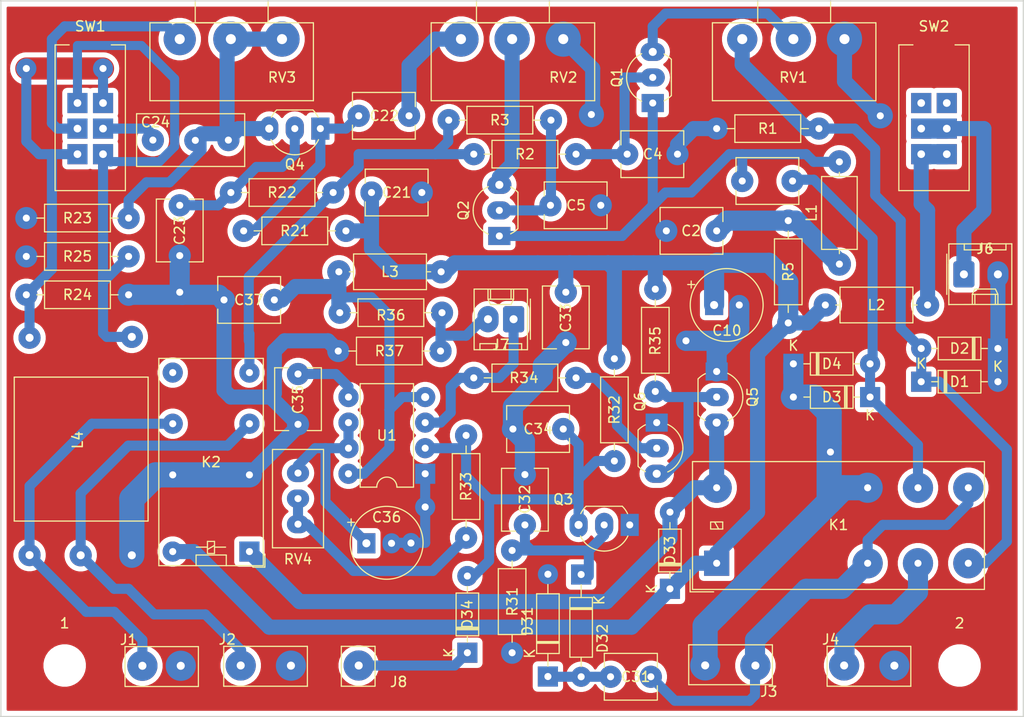
<source format=kicad_pcb>
(kicad_pcb (version 20171130) (host pcbnew "(5.1.7)-1")
  (layers (0 F.Cu signal hide) (31 B.Cu signal) (34 B.Paste user) (35 F.Paste user) (36 B.SilkS user) (37 F.SilkS user hide) (38 B.Mask user) (39 F.Mask user) (44 Edge.Cuts user))
  (net 0 "")
  (net 1 "Net-(C1-Pad1)")
  (net 2 "Net-(C1-Pad2)")
  (net 3 GND)
  (net 4 "Net-(C2-Pad1)")
  (net 5 "Net-(C4-Pad1)")
  (net 6 "Net-(C5-Pad1)")
  (net 7 "Net-(C10-Pad1)")
  (net 8 "Net-(C22-Pad2)")
  (net 9 "Net-(C22-Pad1)")
  (net 10 "Net-(C23-Pad1)")
  (net 11 "Net-(C24-Pad1)")
  (net 12 "Net-(C24-Pad2)")
  (net 13 "Net-(C31-Pad1)")
  (net 14 "Net-(C31-Pad2)")
  (net 15 "Net-(C32-Pad1)")
  (net 16 "Net-(C34-Pad1)")
  (net 17 "Net-(C35-Pad1)")
  (net 18 "Net-(C36-Pad1)")
  (net 19 "Net-(C37-Pad1)")
  (net 20 "Net-(D1-Pad1)")
  (net 21 "Net-(D33-Pad2)")
  (net 22 "Net-(D34-Pad1)")
  (net 23 "Net-(J1-Pad1)")
  (net 24 "Net-(J2-Pad1)")
  (net 25 "Net-(J4-Pad1)")
  (net 26 "Net-(J6-Pad1)")
  (net 27 "Net-(J7-Pad2)")
  (net 28 "Net-(J7-Pad1)")
  (net 29 "Net-(K2-Pad4)")
  (net 30 "Net-(K2-Pad5)")
  (net 31 "Net-(L2-Pad2)")
  (net 32 "Net-(L4-Pad5)")
  (net 33 "Net-(L4-Pad4)")
  (net 34 "Net-(Q1-Pad3)")
  (net 35 "Net-(Q2-Pad3)")
  (net 36 "Net-(Q5-Pad2)")
  (net 37 "Net-(Q6-Pad2)")
  (net 38 "Net-(R33-Pad1)")
  (net 39 "Net-(RV3-Pad3)")
  (net 40 "Net-(SW2-Pad1)")
  (net 41 "Net-(SW2-Pad4)")
  (module Phase-X:CeramicDisc_P4.0mm (layer F.Cu) (at 111.379 117.9576)
    (fp_text reference C31 (at 2.5 0) (layer F.SilkS))
    (fp_text value 3.3p)
    (pad 2 thru_hole circle (at 4 0) (size 2.2 2.2) (drill 0.7) (layers *.Cu *.Mask) (net 14 "Net-(C31-Pad2)"))
    (pad 1 thru_hole circle (at 0 0) (size 2.2 2.2) (drill 0.7) (layers *.Cu *.Mask) (net 13 "Net-(C31-Pad1)"))
  )
  (module Phase-X:Connector (layer F.Cu) (at 64.8716 116.8654)
    (fp_text reference J1 (at -1.3716 -2.5908) (layer F.SilkS))
    (fp_text value "Aux Ant High Imp")
    (pad 2 thru_hole circle (at 3.81 0) (size 3 3) (drill 0.8) (layers *.Cu *.Mask) (net 3 GND))
    (pad 1 thru_hole circle (at 0 0) (size 3 3) (drill 0.8) (layers *.Cu *.Mask) (net 23 "Net-(J1-Pad1)"))
  )
  (module Phase-X:Connector-5mm-pin-spacing (layer F.Cu) (at 74.676 116.84)
    (fp_text reference J2 (at -1.3716 -2.5908) (layer F.SilkS))
    (fp_text value "Aux Ant Low Imp")
    (pad 2 thru_hole circle (at 4.953 0.0127) (size 3 3) (drill 0.8) (layers *.Cu *.Mask) (net 3 GND))
    (pad 1 thru_hole circle (at -0.0381 -0.00508) (size 3 3) (drill 0.8) (layers *.Cu *.Mask) (net 24 "Net-(J2-Pad1)"))
  )
  (module Phase-X:Connector-5mm-pin-spacing (layer F.Cu) (at 134.62 116.84)
    (fp_text reference J4 (at -1.3716 -2.5908) (layer F.SilkS))
    (fp_text value "Main TX Ant")
    (pad 2 thru_hole circle (at 4.953 0.0127) (size 3 3) (drill 0.8) (layers *.Cu *.Mask) (net 3 GND))
    (pad 1 thru_hole circle (at -0.0381 -0.00508) (size 3 3) (drill 0.8) (layers *.Cu *.Mask) (net 25 "Net-(J4-Pad1)"))
  )
  (module Phase-X:Connector-5mm-pin-spacing (layer F.Cu) (at 125.73 116.84 180)
    (fp_text reference J3 (at -1.3716 -2.5908) (layer F.SilkS))
    (fp_text value TXRX)
    (pad 2 thru_hole circle (at 4.953 0.0127 180) (size 3 3) (drill 0.8) (layers *.Cu *.Mask) (net 3 GND))
    (pad 1 thru_hole circle (at -0.0381 -0.00508 180) (size 3 3) (drill 0.8) (layers *.Cu *.Mask) (net 14 "Net-(C31-Pad2)"))
  )
  (module Phase-X:Small_Tant_Elect-3pin (layer F.Cu) (at 87.884 104.648)
    (fp_text reference C36 (at 1.25 -2.54) (layer F.SilkS))
    (fp_text value 47u)
    (pad 2 thru_hole oval (at 3.6684 0.0254) (size 1.8 2) (drill 0.7) (layers *.Cu *.Mask) (net 3 GND))
    (pad 2 thru_hole oval (at 1.738 0.0508) (size 1.8 2) (drill 0.7) (layers *.Cu *.Mask) (net 3 GND))
    (pad 1 thru_hole rect (at -0.762 0.0508) (size 1.8 2) (drill 0.8) (layers *.Cu *.Mask) (net 18 "Net-(C36-Pad1)"))
  )
  (module Phase-X:CeramicDisc_P5.0mm (layer F.Cu) (at 124.46 68.707)
    (fp_text reference "" hide)
    (fp_text value 1n hide)
    (pad 2 thru_hole circle (at 5 0) (size 2.2 2.2) (drill 0.7) (layers *.Cu *.Mask))
    (pad 1 thru_hole circle (at 0 0) (size 2.2 2.2) (drill 0.7) (layers *.Cu *.Mask))
  )
  (module Phase-X:2Pin_Molex-smallpin (layer F.Cu) (at 101.74478 82.4357 180)
    (fp_text reference J7 (at 1.27 -2.54) (layer F.SilkS))
    (fp_text value TXRX-LED)
    (pad 1 thru_hole roundrect (at 0 0 180) (size 2.1 2.6) (drill 0.8) (layers *.Cu *.Mask) (roundrect_rratio 0.144) (net 28 "Net-(J7-Pad1)"))
    (pad 2 thru_hole oval (at 2.54 0 180) (size 2.1 2.6) (drill 0.8) (layers *.Cu *.Mask) (net 27 "Net-(J7-Pad2)"))
  )
  (module Phase-X:2Pin_Molexwidespace (layer F.Cu) (at 147.32 77.978)
    (fp_text reference J6 (at 1.27 -2.54) (layer F.SilkS))
    (fp_text value 12Volts)
    (pad 2 thru_hole oval (at 2.54 0) (size 2.1 2.6) (drill 0.8) (layers *.Cu *.Mask) (net 3 GND))
    (pad 1 thru_hole roundrect (at -0.8382 0) (size 2.1 2.6) (drill 0.8) (layers *.Cu *.Mask) (roundrect_rratio 0.144) (net 26 "Net-(J6-Pad1)"))
  )
  (module Phase-X:Inductor (layer F.Cu) (at 132.715 81.026)
    (fp_text reference L2 (at 5.08 0) (layer F.SilkS))
    (fp_text value 1mH)
    (pad 1 thru_hole circle (at 0 0) (size 2.3 2.3) (drill 0.7) (layers *.Cu *.Mask) (net 7 "Net-(C10-Pad1)"))
    (pad 2 thru_hole circle (at 10.16 0) (size 2.3 2.3) (drill 0.7) (layers *.Cu *.Mask) (net 31 "Net-(L2-Pad2)"))
  )
  (module Phase-X:TO-92_Wide (layer F.Cu) (at 115.57 60.96 90)
    (fp_text reference Q1 (at 2.54 -3.56 90) (layer F.SilkS))
    (fp_text value J310)
    (pad 1 thru_hole rect (at 0 0 180) (size 2.2 1.8) (drill 0.7) (layers *.Cu *.Mask) (net 1 "Net-(C1-Pad1)"))
    (pad 3 thru_hole oval (at 5.08 0 180) (size 2.4 1.8) (drill 0.8) (layers *.Cu *.Mask) (net 34 "Net-(Q1-Pad3)"))
    (pad 2 thru_hole oval (at 2.54 0 180) (size 2.4 1.8) (drill 0.7) (layers *.Cu *.Mask) (net 5 "Net-(C4-Pad1)"))
  )
  (module Phase-X:Relay_DPDT_Omron_G2RL (layer F.Cu) (at 121.92 106.68)
    (fp_text reference K1 (at 12.1 -3.81 180) (layer F.SilkS))
    (fp_text value TXRX-RF)
    (pad 1 thru_hole rect (at 0 0 90) (size 2.5 2.5) (drill 0.7) (layers *.Cu *.Mask) (net 7 "Net-(C10-Pad1)"))
    (pad 2 thru_hole oval (at 15 0 90) (size 3 3) (drill 0.7) (layers *.Cu *.Mask) (net 14 "Net-(C31-Pad2)"))
    (pad 3 thru_hole oval (at 20 0 90) (size 3 3) (drill 0.7) (layers *.Cu *.Mask) (net 25 "Net-(J4-Pad1)"))
    (pad 4 thru_hole oval (at 25 0 90) (size 3 3) (drill 0.7) (layers *.Cu *.Mask) (net 20 "Net-(D1-Pad1)"))
    (pad 5 thru_hole oval (at 25 -7.5 90) (size 3 3) (drill 0.7) (layers *.Cu *.Mask) (net 14 "Net-(C31-Pad2)"))
    (pad 6 thru_hole oval (at 20 -7.5 90) (size 3 3) (drill 0.7) (layers *.Cu *.Mask) (net 2 "Net-(C1-Pad2)"))
    (pad 7 thru_hole oval (at 15 -7.5 90) (size 3 3) (drill 0.7) (layers *.Cu *.Mask) (net 3 GND))
    (pad 8 thru_hole oval (at 0 -7.5 90) (size 3 3) (drill 0.7) (layers *.Cu *.Mask) (net 21 "Net-(D33-Pad2)"))
  )
  (module Phase-X:Signal_Diode (layer F.Cu) (at 97.155 115.57 90)
    (fp_text reference D34 (at 3.81 0 90) (layer F.SilkS))
    (fp_text value 1N4148)
    (fp_text user K (at 0 -1.8 90) (layer F.SilkS))
    (pad 1 thru_hole rect (at 0 0 90) (size 2 2) (drill 0.7) (layers *.Cu *.Mask) (net 22 "Net-(D34-Pad1)"))
    (pad 2 thru_hole oval (at 7.62 0 90) (size 2 2) (drill 0.7) (layers *.Cu *.Mask) (net 16 "Net-(C34-Pad1)"))
  )
  (module Phase-X:SingleConnector (layer F.Cu) (at 86.36 116.84)
    (fp_text reference J8 (at 3.9624 1.6256) (layer F.SilkS))
    (fp_text value PTT)
    (pad 1 thru_hole circle (at 0 0) (size 3 3) (drill 0.8) (layers *.Cu *.Mask) (net 22 "Net-(D34-Pad1)"))
  )
  (module Phase-X:Inductor (layer F.Cu) (at 94.54896 77.724 180)
    (fp_text reference L3 (at 5.08 0) (layer F.SilkS))
    (fp_text value 1mH)
    (pad 1 thru_hole circle (at 0 0 180) (size 2.3 2.3) (drill 0.7) (layers *.Cu *.Mask) (net 7 "Net-(C10-Pad1)"))
    (pad 2 thru_hole circle (at 10.16 0 180) (size 2.3 2.3) (drill 0.7) (layers *.Cu *.Mask) (net 19 "Net-(C37-Pad1)"))
  )
  (module Phase-X:TO-92_Wide (layer F.Cu) (at 113.284 102.87 180)
    (fp_text reference Q3 (at 6.604 2.54) (layer F.SilkS))
    (fp_text value PN2222A)
    (pad 2 thru_hole oval (at 2.54 0 270) (size 2.4 1.8) (drill 0.7) (layers *.Cu *.Mask) (net 15 "Net-(C32-Pad1)"))
    (pad 3 thru_hole oval (at 5.08 0 270) (size 2.4 1.8) (drill 0.8) (layers *.Cu *.Mask) (net 16 "Net-(C34-Pad1)"))
    (pad 1 thru_hole rect (at 0 0 270) (size 2.2 1.8) (drill 0.7) (layers *.Cu *.Mask) (net 3 GND))
  )
  (module Phase-X:Relay_DPDT_Omron (layer F.Cu) (at 75.50404 105.51922 180)
    (fp_text reference K2 (at 3.81 8.89) (layer F.SilkS))
    (fp_text value Protection)
    (pad 1 thru_hole rect (at 0 0 180) (size 2 2) (drill 0.7) (layers *.Cu *.Mask) (net 21 "Net-(D33-Pad2)"))
    (pad 8 thru_hole circle (at 7.62 0 180) (size 2 2) (drill 0.7) (layers *.Cu *.Mask) (net 7 "Net-(C10-Pad1)"))
    (pad 3 thru_hole circle (at 0 12.7 180) (size 2 2) (drill 0.7) (layers *.Cu *.Mask) (net 24 "Net-(J2-Pad1)"))
    (pad 4 thru_hole circle (at 0 17.78 180) (size 2 2) (drill 0.7) (layers *.Cu *.Mask) (net 29 "Net-(K2-Pad4)"))
    (pad 2 thru_hole circle (at 0 7.62 180) (size 2 2) (drill 0.7) (layers *.Cu *.Mask) (net 3 GND))
    (pad 6 thru_hole circle (at 7.62 12.7 180) (size 2 2) (drill 0.7) (layers *.Cu *.Mask) (net 23 "Net-(J1-Pad1)"))
    (pad 5 thru_hole circle (at 7.62 17.78 180) (size 2 2) (drill 0.7) (layers *.Cu *.Mask) (net 30 "Net-(K2-Pad5)"))
    (pad 7 thru_hole circle (at 7.62 7.62 180) (size 2 2) (drill 0.7) (layers *.Cu *.Mask) (net 3 GND))
  )
  (module Phase-X:TO-92_Wide (layer F.Cu) (at 82.55 63.5 180)
    (fp_text reference Q4 (at 2.54 -3.56) (layer F.SilkS))
    (fp_text value J310)
    (pad 2 thru_hole oval (at 2.54 0 270) (size 2.4 1.8) (drill 0.7) (layers *.Cu *.Mask) (net 10 "Net-(C23-Pad1)"))
    (pad 3 thru_hole oval (at 5.08 0 270) (size 2.4 1.8) (drill 0.8) (layers *.Cu *.Mask) (net 12 "Net-(C24-Pad2)"))
    (pad 1 thru_hole rect (at 0 0 270) (size 2.2 1.8) (drill 0.7) (layers *.Cu *.Mask) (net 9 "Net-(C22-Pad1)"))
  )
  (module Phase-X:TO-92_Wide (layer F.Cu) (at 100.33 74.168 90)
    (fp_text reference Q2 (at 2.54 -3.56 90) (layer F.SilkS))
    (fp_text value J310)
    (pad 1 thru_hole rect (at 0 0 180) (size 2.2 1.8) (drill 0.7) (layers *.Cu *.Mask) (net 1 "Net-(C1-Pad1)"))
    (pad 3 thru_hole oval (at 5.08 0 180) (size 2.4 1.8) (drill 0.8) (layers *.Cu *.Mask) (net 35 "Net-(Q2-Pad3)"))
    (pad 2 thru_hole oval (at 2.54 0 180) (size 2.4 1.8) (drill 0.7) (layers *.Cu *.Mask) (net 6 "Net-(C5-Pad1)"))
  )
  (module Phase-X:Signal_Diode (layer F.Cu) (at 129.54 86.868)
    (fp_text reference D4 (at 3.81 0) (layer F.SilkS))
    (fp_text value 1N4148)
    (fp_text user K (at 0 -1.8) (layer F.SilkS))
    (pad 1 thru_hole rect (at 0 0) (size 2 2) (drill 0.7) (layers *.Cu *.Mask) (net 3 GND))
    (pad 2 thru_hole oval (at 7.62 0) (size 2 2) (drill 0.7) (layers *.Cu *.Mask) (net 2 "Net-(C1-Pad2)"))
  )
  (module Phase-X:Signal_Diode (layer F.Cu) (at 117.27942 109.22 90)
    (fp_text reference D33 (at 3.81 0 90) (layer F.SilkS))
    (fp_text value 1N4148)
    (fp_text user K (at 0 -1.8 90) (layer F.SilkS))
    (pad 2 thru_hole oval (at 7.62 0 90) (size 2 2) (drill 0.7) (layers *.Cu *.Mask) (net 21 "Net-(D33-Pad2)"))
    (pad 1 thru_hole rect (at 0 0 90) (size 2 2) (drill 0.7) (layers *.Cu *.Mask) (net 7 "Net-(C10-Pad1)"))
  )
  (module Phase-X:Signal_Diode (layer F.Cu) (at 137.16 90.17 180)
    (fp_text reference D3 (at 3.81 0) (layer F.SilkS))
    (fp_text value 1N4148)
    (fp_text user K (at 0 -1.8) (layer F.SilkS))
    (pad 2 thru_hole oval (at 7.62 0 180) (size 2 2) (drill 0.7) (layers *.Cu *.Mask) (net 3 GND))
    (pad 1 thru_hole rect (at 0 0 180) (size 2 2) (drill 0.7) (layers *.Cu *.Mask) (net 2 "Net-(C1-Pad2)"))
  )
  (module Phase-X:R_L6.3mm__P10.16mm_Pad2.2mm (layer F.Cu) (at 63.5 72.39 180)
    (fp_text reference R23 (at 5.08 0) (layer F.SilkS))
    (fp_text value 1M)
    (pad 1 thru_hole circle (at 0 0 180) (size 2.2 2.2) (drill 0.7) (layers *.Cu *.Mask) (net 12 "Net-(C24-Pad2)"))
    (pad 2 thru_hole circle (at 10.16 0 180) (size 2.2 2.2) (drill 0.7) (layers *.Cu *.Mask) (net 3 GND))
  )
  (module Phase-X:R_L6.3mm__P10.16mm_Pad2.2mm (layer F.Cu) (at 129.032 72.644 270)
    (fp_text reference R5 (at 5.08 0 90) (layer F.SilkS))
    (fp_text value 120R)
    (pad 2 thru_hole circle (at 10.16 0 270) (size 2.2 2.2) (drill 0.7) (layers *.Cu *.Mask) (net 7 "Net-(C10-Pad1)"))
    (pad 1 thru_hole circle (at 0 0 270) (size 2.2 2.2) (drill 0.7) (layers *.Cu *.Mask) (net 4 "Net-(C2-Pad1)"))
  )
  (module Phase-X:R_L6.3mm__P10.16mm_Pad2.2mm (layer F.Cu) (at 85.09 73.66 180)
    (fp_text reference R21 (at 5.08 0) (layer F.SilkS))
    (fp_text value 3.3K)
    (pad 1 thru_hole circle (at 0 0 180) (size 2.2 2.2) (drill 0.7) (layers *.Cu *.Mask) (net 7 "Net-(C10-Pad1)"))
    (pad 2 thru_hole circle (at 10.16 0 180) (size 2.2 2.2) (drill 0.7) (layers *.Cu *.Mask) (net 9 "Net-(C22-Pad1)"))
  )
  (module Phase-X:R_L6.3mm__P10.16mm_Pad2.2mm (layer F.Cu) (at 101.6 105.41 270)
    (fp_text reference R31 (at 5.08 -0.025001 90) (layer F.SilkS))
    (fp_text value 100K)
    (pad 1 thru_hole circle (at 0 0 270) (size 2.2 2.2) (drill 0.7) (layers *.Cu *.Mask) (net 15 "Net-(C32-Pad1)"))
    (pad 2 thru_hole circle (at 10.16 0 270) (size 2.2 2.2) (drill 0.7) (layers *.Cu *.Mask) (net 3 GND))
  )
  (module Phase-X:R_L6.3mm__P10.16mm_Pad2.2mm (layer F.Cu) (at 115.824 79.45374 270)
    (fp_text reference R35 (at 5.12826 0 90) (layer F.SilkS))
    (fp_text value 10K)
    (pad 1 thru_hole circle (at 0 0 270) (size 2.2 2.2) (drill 0.7) (layers *.Cu *.Mask) (net 7 "Net-(C10-Pad1)"))
    (pad 2 thru_hole circle (at 10.16 0 270) (size 2.2 2.2) (drill 0.7) (layers *.Cu *.Mask) (net 36 "Net-(Q5-Pad2)"))
  )
  (module Phase-X:R_L6.3mm__P10.16mm_Pad2.2mm (layer F.Cu) (at 94.63532 81.788 180)
    (fp_text reference R36 (at 5.08 -0.254) (layer F.SilkS))
    (fp_text value 560R)
    (pad 2 thru_hole circle (at 10.16 0 180) (size 2.2 2.2) (drill 0.7) (layers *.Cu *.Mask) (net 19 "Net-(C37-Pad1)"))
    (pad 1 thru_hole circle (at 0 0 180) (size 2.2 2.2) (drill 0.7) (layers *.Cu *.Mask) (net 27 "Net-(J7-Pad2)"))
  )
  (module Phase-X:TO-92_Wide (layer F.Cu) (at 121.92 87.63 270)
    (fp_text reference Q5 (at 2.54 -3.56 90) (layer F.SilkS))
    (fp_text value PN2222A)
    (pad 2 thru_hole oval (at 2.54 0) (size 2.4 1.8) (drill 0.7) (layers *.Cu *.Mask) (net 36 "Net-(Q5-Pad2)"))
    (pad 3 thru_hole oval (at 5.08 0) (size 2.4 1.8) (drill 0.8) (layers *.Cu *.Mask) (net 21 "Net-(D33-Pad2)"))
    (pad 1 thru_hole rect (at 0 0) (size 2.2 1.8) (drill 0.7) (layers *.Cu *.Mask) (net 3 GND))
  )
  (module Phase-X:R_L6.3mm__P10.16mm_Pad2.2mm (layer F.Cu) (at 84.328 85.598)
    (fp_text reference R37 (at 5.08 0) (layer F.SilkS))
    (fp_text value 560R)
    (pad 2 thru_hole circle (at 10.16 0) (size 2.2 2.2) (drill 0.7) (layers *.Cu *.Mask) (net 27 "Net-(J7-Pad2)"))
    (pad 1 thru_hole circle (at 0 0) (size 2.2 2.2) (drill 0.7) (layers *.Cu *.Mask) (net 3 GND))
  )
  (module Phase-X:R_L6.3mm__P10.16mm_Pad2.2mm (layer F.Cu) (at 132.08 63.5 180)
    (fp_text reference R1 (at 5.08 0) (layer F.SilkS))
    (fp_text value 100R)
    (pad 1 thru_hole circle (at 0 0 180) (size 2.2 2.2) (drill 0.7) (layers *.Cu *.Mask) (net 20 "Net-(D1-Pad1)"))
    (pad 2 thru_hole circle (at 10.16 0 180) (size 2.2 2.2) (drill 0.7) (layers *.Cu *.Mask) (net 3 GND))
  )
  (module Phase-X:R_L6.3mm__P10.16mm_Pad2.2mm (layer F.Cu) (at 97.79 66.04)
    (fp_text reference R2 (at 5.08 0) (layer F.SilkS))
    (fp_text value 18R)
    (pad 2 thru_hole circle (at 10.16 0) (size 2.2 2.2) (drill 0.7) (layers *.Cu *.Mask) (net 5 "Net-(C4-Pad1)"))
    (pad 1 thru_hole circle (at 0 0) (size 2.2 2.2) (drill 0.7) (layers *.Cu *.Mask) (net 29 "Net-(K2-Pad4)"))
  )
  (module Phase-X:R_L6.3mm__P10.16mm_Pad2.2mm (layer F.Cu) (at 53.34 80.01)
    (fp_text reference R24 (at 5.08 0) (layer F.SilkS))
    (fp_text value 47R)
    (pad 2 thru_hole circle (at 10.16 0) (size 2.2 2.2) (drill 0.7) (layers *.Cu *.Mask) (net 3 GND))
    (pad 1 thru_hole circle (at 0 0) (size 2.2 2.2) (drill 0.7) (layers *.Cu *.Mask) (net 33 "Net-(L4-Pad4)"))
  )
  (module Phase-X:TO-92_Wide (layer F.Cu) (at 115.9637 92.71 270)
    (fp_text reference Q6 (at -2.0955 1.6637 90) (layer F.SilkS))
    (fp_text value PN2222A)
    (pad 1 thru_hole rect (at 0 0) (size 2.2 1.8) (drill 0.7) (layers *.Cu *.Mask) (net 3 GND))
    (pad 3 thru_hole oval (at 5.08 0) (size 2.4 1.8) (drill 0.8) (layers *.Cu *.Mask) (net 36 "Net-(Q5-Pad2)"))
    (pad 2 thru_hole oval (at 2.54 0) (size 2.4 1.8) (drill 0.7) (layers *.Cu *.Mask) (net 37 "Net-(Q6-Pad2)"))
  )
  (module Phase-X:R_L6.3mm__P10.16mm_Pad2.2mm (layer F.Cu) (at 73.66 69.85)
    (fp_text reference R22 (at 5.08 0) (layer F.SilkS))
    (fp_text value 1.2K)
    (pad 2 thru_hole circle (at 10.16 0) (size 2.2 2.2) (drill 0.7) (layers *.Cu *.Mask) (net 29 "Net-(K2-Pad4)"))
    (pad 1 thru_hole circle (at 0 0) (size 2.2 2.2) (drill 0.7) (layers *.Cu *.Mask) (net 10 "Net-(C23-Pad1)"))
  )
  (module Phase-X:R_L6.3mm__P10.16mm_Pad2.2mm (layer F.Cu) (at 53.34 76.2)
    (fp_text reference R25 (at 5.08 0) (layer F.SilkS))
    (fp_text value 47R)
    (pad 1 thru_hole circle (at 0 0) (size 2.2 2.2) (drill 0.7) (layers *.Cu *.Mask) (net 3 GND))
    (pad 2 thru_hole circle (at 10.16 0) (size 2.2 2.2) (drill 0.7) (layers *.Cu *.Mask) (net 32 "Net-(L4-Pad5)"))
  )
  (module Phase-X:R_L6.3mm__P10.16mm_Pad2.2mm (layer F.Cu) (at 105.4608 62.6618 180)
    (fp_text reference R3 (at 5.08 0) (layer F.SilkS))
    (fp_text value 18R)
    (pad 1 thru_hole circle (at 0 0 180) (size 2.2 2.2) (drill 0.7) (layers *.Cu *.Mask) (net 6 "Net-(C5-Pad1)"))
    (pad 2 thru_hole circle (at 10.16 0 180) (size 2.2 2.2) (drill 0.7) (layers *.Cu *.Mask) (net 29 "Net-(K2-Pad4)"))
  )
  (module Phase-X:R_L6.3mm__P10.16mm_Pad2.2mm (layer F.Cu) (at 111.76 86.36 270)
    (fp_text reference R32 (at 5.08 0 90) (layer F.SilkS))
    (fp_text value 10K)
    (pad 2 thru_hole circle (at 10.16 0 270) (size 2.2 2.2) (drill 0.7) (layers *.Cu *.Mask) (net 16 "Net-(C34-Pad1)"))
    (pad 1 thru_hole circle (at 0 0 270) (size 2.2 2.2) (drill 0.7) (layers *.Cu *.Mask) (net 7 "Net-(C10-Pad1)"))
  )
  (module Phase-X:R_L6.3mm__P10.16mm_Pad2.2mm (layer F.Cu) (at 97.028 104.14 90)
    (fp_text reference R33 (at 5.08 0 90) (layer F.SilkS))
    (fp_text value 5.1K)
    (pad 1 thru_hole circle (at 0 0 90) (size 2.2 2.2) (drill 0.7) (layers *.Cu *.Mask) (net 38 "Net-(R33-Pad1)"))
    (pad 2 thru_hole circle (at 10.16 0 90) (size 2.2 2.2) (drill 0.7) (layers *.Cu *.Mask) (net 16 "Net-(C34-Pad1)"))
  )
  (module Phase-X:R_L6.3mm__P10.16mm_Pad2.2mm (layer F.Cu) (at 107.95 88.265 180)
    (fp_text reference R34 (at 5.18 0) (layer F.SilkS))
    (fp_text value 4.7K)
    (pad 2 thru_hole circle (at 10.16 0 180) (size 2.2 2.2) (drill 0.7) (layers *.Cu *.Mask) (net 28 "Net-(J7-Pad1)"))
    (pad 1 thru_hole circle (at 0 0 180) (size 2.2 2.2) (drill 0.7) (layers *.Cu *.Mask) (net 37 "Net-(Q6-Pad2)"))
  )
  (module Phase-X:BN73-202 (layer F.Cu) (at 58.74004 94.98838 90)
    (fp_text reference L4 (at 0.55 -0.3 90) (layer F.SilkS))
    (fp_text value BN73-202)
    (pad 1 thru_hole circle (at -10.88 -5.08 90) (size 2.2 2.2) (drill 0.8) (layers *.Cu *.Mask) (net 23 "Net-(J1-Pad1)"))
    (pad 2 thru_hole circle (at -10.9 0 90) (size 2.2 2.2) (drill 0.8) (layers *.Cu *.Mask) (net 24 "Net-(J2-Pad1)"))
    (pad 3 thru_hole circle (at -10.9 5.08 90) (size 2.2 2.2) (drill 0.8) (layers *.Cu *.Mask) (net 3 GND))
    (pad 5 thru_hole circle (at 10.795 5.08 90) (size 2.2 2.2) (drill 0.8) (layers *.Cu *.Mask) (net 32 "Net-(L4-Pad5)"))
    (pad 4 thru_hole circle (at 10.71 -5.08 90) (size 2.2 2.2) (drill 0.8) (layers *.Cu *.Mask) (net 33 "Net-(L4-Pad4)"))
  )
  (module Phase-X:DIP8 (layer F.Cu) (at 92.964 97.79 180)
    (fp_text reference U1 (at 3.81 3.81) (layer F.SilkS))
    (fp_text value NE555P)
    (pad 1 thru_hole rect (at 0 0 180) (size 2 2) (drill 0.7) (layers *.Cu *.Mask) (net 3 GND))
    (pad 5 thru_hole oval (at 7.62 7.62 180) (size 2 2) (drill 0.7) (layers *.Cu *.Mask) (net 17 "Net-(C35-Pad1)"))
    (pad 2 thru_hole oval (at 0 2.54 180) (size 2 2) (drill 0.7) (layers *.Cu *.Mask) (net 16 "Net-(C34-Pad1)"))
    (pad 6 thru_hole oval (at 7.62 5.08 180) (size 2 2) (drill 0.7) (layers *.Cu *.Mask) (net 18 "Net-(C36-Pad1)"))
    (pad 3 thru_hole oval (at 0 5.08 180) (size 2 2) (drill 0.7) (layers *.Cu *.Mask) (net 28 "Net-(J7-Pad1)"))
    (pad 7 thru_hole oval (at 7.62 2.54 180) (size 2 2) (drill 0.7) (layers *.Cu *.Mask) (net 18 "Net-(C36-Pad1)"))
    (pad 4 thru_hole oval (at 0 7.62 180) (size 2 2) (drill 0.8) (layers *.Cu *.Mask) (net 19 "Net-(C37-Pad1)"))
    (pad 8 thru_hole oval (at 7.62 0 180) (size 2 2) (drill 0.7) (layers *.Cu *.Mask) (net 19 "Net-(C37-Pad1)"))
  )
  (module Phase-X:Preset (layer F.Cu) (at 80.33004 102.79888 180)
    (fp_text reference RV4 (at 0 -3.475) (layer F.SilkS))
    (fp_text value 50K)
    (pad 3 thru_hole oval (at 0 5.08 180) (size 2.2 1.8) (drill 0.7) (layers *.Cu *.Mask) (net 18 "Net-(C36-Pad1)"))
    (pad 2 thru_hole oval (at 0 2.54 180) (size 2.2 1.8) (drill 0.7) (layers *.Cu *.Mask) (net 38 "Net-(R33-Pad1)"))
    (pad 1 thru_hole oval (at 0 0 180) (size 2.2 1.8) (drill 0.7) (layers *.Cu *.Mask) (net 38 "Net-(R33-Pad1)"))
  )
  (module MountingHole:MountingHole_3.2mm_M3 (layer F.Cu) (at 57.15 116.84)
    (fp_text reference 1 (at 0 -4.2) (layer F.SilkS))
    (fp_text value M3)
    (pad 1 np_thru_hole circle (at 0 0) (size 3.2 3.2) (drill 3.2) (layers *.Cu *.Mask))
  )
  (module Phase-X:Inductor (layer F.Cu) (at 134.112 76.962 90)
    (fp_text reference L1 (at 5.08 -2.77 90) (layer F.SilkS))
    (fp_text value 1mH)
    (pad 2 thru_hole circle (at 10.16 0 90) (size 2.3 2.3) (drill 0.7) (layers *.Cu *.Mask) (net 1 "Net-(C1-Pad1)"))
    (pad 1 thru_hole circle (at 0 0 90) (size 2.3 2.3) (drill 0.7) (layers *.Cu *.Mask) (net 4 "Net-(C2-Pad1)"))
  )
  (module Phase-X:Signal_Diode1N60 (layer F.Cu) (at 108.458 110.3376 270)
    (fp_text reference D32 (at 3.81 -2.12 90) (layer F.SilkS))
    (fp_text value 1N60)
    (fp_text user K (at 0 -1.8 90) (layer F.SilkS))
    (pad 1 thru_hole rect (at -2.54 0 270) (size 2 2) (drill 0.7) (layers *.Cu *.Mask) (net 15 "Net-(C32-Pad1)"))
    (pad 2 thru_hole oval (at 7.62 0 270) (size 2 2) (drill 0.7) (layers *.Cu *.Mask) (net 13 "Net-(C31-Pad1)"))
  )
  (module Phase-X:Signal_Diode1N60 (layer F.Cu) (at 105.156 115.3922 90)
    (fp_text reference D31 (at 2.9464 -2.032 90) (layer F.SilkS))
    (fp_text value 1N60)
    (fp_text user K (at -0.254 -1.8 90) (layer F.SilkS))
    (pad 1 thru_hole rect (at -2.54 0 90) (size 2 2) (drill 0.7) (layers *.Cu *.Mask) (net 13 "Net-(C31-Pad1)"))
    (pad 2 thru_hole oval (at 7.62 0 90) (size 2 2) (drill 0.7) (layers *.Cu *.Mask) (net 3 GND))
  )
  (module Phase-X:CeramicDisc_P5.0mm (layer F.Cu) (at 68.58 71.12 270)
    (fp_text reference C23 (at 2.5 0 90) (layer F.SilkS))
    (fp_text value 10n)
    (pad 1 thru_hole circle (at 0 0 270) (size 2.2 2.2) (drill 0.7) (layers *.Cu *.Mask) (net 10 "Net-(C23-Pad1)"))
    (pad 2 thru_hole circle (at 5 0 270) (size 2.2 2.2) (drill 0.7) (layers *.Cu *.Mask) (net 3 GND))
  )
  (module Phase-X:CeramicDisc_P5.0mm (layer F.Cu) (at 87.63 69.85)
    (fp_text reference C21 (at 2.5 0) (layer F.SilkS))
    (fp_text value 10n)
    (pad 2 thru_hole circle (at 5 0) (size 2.2 2.2) (drill 0.7) (layers *.Cu *.Mask) (net 3 GND))
    (pad 1 thru_hole circle (at 0 0) (size 2.2 2.2) (drill 0.7) (layers *.Cu *.Mask) (net 7 "Net-(C10-Pad1)"))
  )
  (module Phase-X:CeramicDisc_P5.0mm (layer F.Cu) (at 106.934 79.756 270)
    (fp_text reference C33 (at 2.54 0 90) (layer F.SilkS))
    (fp_text value 10n)
    (pad 1 thru_hole circle (at 0 0 270) (size 2.2 2.2) (drill 0.7) (layers *.Cu *.Mask) (net 7 "Net-(C10-Pad1)"))
    (pad 2 thru_hole circle (at 5 0 270) (size 2.2 2.2) (drill 0.7) (layers *.Cu *.Mask) (net 3 GND))
  )
  (module Phase-X:Signal_Diode (layer F.Cu) (at 142.24 88.646)
    (fp_text reference D1 (at 3.81 0) (layer F.SilkS))
    (fp_text value 1N4148)
    (fp_text user K (at 0 -1.8) (layer F.SilkS))
    (pad 1 thru_hole rect (at 0 0) (size 2 2) (drill 0.7) (layers *.Cu *.Mask) (net 20 "Net-(D1-Pad1)"))
    (pad 2 thru_hole oval (at 7.62 0) (size 2 2) (drill 0.7) (layers *.Cu *.Mask) (net 3 GND))
  )
  (module Phase-X:CeramicDisc_P5.0mm (layer F.Cu) (at 113.03 66.04)
    (fp_text reference C4 (at 2.54 0) (layer F.SilkS))
    (fp_text value 10n)
    (pad 2 thru_hole circle (at 5 0) (size 2.2 2.2) (drill 0.7) (layers *.Cu *.Mask) (net 3 GND))
    (pad 1 thru_hole circle (at 0 0) (size 2.2 2.2) (drill 0.7) (layers *.Cu *.Mask) (net 5 "Net-(C4-Pad1)"))
  )
  (module Phase-X:CeramicDisc_P5.0mm (layer F.Cu) (at 80.33004 87.87892 270)
    (fp_text reference C35 (at 2.54 0 90) (layer F.SilkS))
    (fp_text value 10n)
    (pad 2 thru_hole circle (at 5 0 270) (size 2.2 2.2) (drill 0.7) (layers *.Cu *.Mask) (net 3 GND))
    (pad 1 thru_hole circle (at 0 0 270) (size 2.2 2.2) (drill 0.7) (layers *.Cu *.Mask) (net 17 "Net-(C35-Pad1)"))
  )
  (module Phase-X:Signal_Diode (layer F.Cu) (at 149.86 85.344 180)
    (fp_text reference D2 (at 3.81 0) (layer F.SilkS))
    (fp_text value 1N4148)
    (fp_text user K (at 0 -1.8) (layer F.SilkS))
    (pad 2 thru_hole oval (at 7.62 0 180) (size 2 2) (drill 0.7) (layers *.Cu *.Mask) (net 20 "Net-(D1-Pad1)"))
    (pad 1 thru_hole rect (at 0 0 180) (size 2 2) (drill 0.7) (layers *.Cu *.Mask) (net 3 GND))
  )
  (module MountingHole:MountingHole_3.2mm_M3 (layer F.Cu) (at 146.05 116.84)
    (fp_text reference 2 (at 0 -4.2) (layer F.SilkS))
    (fp_text value M3)
    (pad 1 np_thru_hole circle (at 0 0) (size 3.2 3.2) (drill 3.2) (layers *.Cu *.Mask))
  )
  (module Phase-X:Small_Tant_Elect (layer F.Cu) (at 121.666 81.026)
    (fp_text reference C10 (at 1.27 2.54) (layer F.SilkS))
    (fp_text value 4.7u)
    (pad 2 thru_hole oval (at 2.5 0) (size 1.8 2) (drill 0.7) (layers *.Cu *.Mask) (net 3 GND))
    (pad 1 thru_hole rect (at 0 0) (size 1.8 2) (drill 0.8) (layers *.Cu *.Mask) (net 7 "Net-(C10-Pad1)"))
  )
  (module Phase-X:CeramicDisc_P5.0mm (layer F.Cu) (at 102.87 102.87 90)
    (fp_text reference C32 (at 2.54 0 90) (layer F.SilkS))
    (fp_text value 1n)
    (pad 1 thru_hole circle (at 0 0 90) (size 2.2 2.2) (drill 0.7) (layers *.Cu *.Mask) (net 15 "Net-(C32-Pad1)"))
    (pad 2 thru_hole circle (at 5 0 90) (size 2.2 2.2) (drill 0.7) (layers *.Cu *.Mask) (net 3 GND))
  )
  (module Phase-X:CeramicDisc_P5.0mm (layer F.Cu) (at 106.68 93.345 180)
    (fp_text reference C34 (at 2.5 0) (layer F.SilkS))
    (fp_text value 1n)
    (pad 1 thru_hole circle (at 0 0 180) (size 2.2 2.2) (drill 0.7) (layers *.Cu *.Mask) (net 16 "Net-(C34-Pad1)"))
    (pad 2 thru_hole circle (at 5 0 180) (size 2.2 2.2) (drill 0.7) (layers *.Cu *.Mask) (net 3 GND))
  )
  (module Phase-X:CeramicDisc_P5.0mm (layer F.Cu) (at 77.978 80.518 180)
    (fp_text reference C37 (at 2.54 0) (layer F.SilkS))
    (fp_text value 10n)
    (pad 2 thru_hole circle (at 5 0 180) (size 2.2 2.2) (drill 0.7) (layers *.Cu *.Mask) (net 3 GND))
    (pad 1 thru_hole circle (at 0 0 180) (size 2.2 2.2) (drill 0.7) (layers *.Cu *.Mask) (net 19 "Net-(C37-Pad1)"))
  )
  (module Phase-X:CeramicDisc_P5.0mm (layer F.Cu) (at 121.92 73.66 180)
    (fp_text reference C2 (at 2.54 0) (layer F.SilkS))
    (fp_text value 10n)
    (pad 2 thru_hole circle (at 5 0 180) (size 2.2 2.2) (drill 0.7) (layers *.Cu *.Mask) (net 3 GND))
    (pad 1 thru_hole circle (at 0 0 180) (size 2.2 2.2) (drill 0.7) (layers *.Cu *.Mask) (net 4 "Net-(C2-Pad1)"))
  )
  (module Phase-X:CeramicDisc_P5.0mm (layer F.Cu) (at 105.41 71.12)
    (fp_text reference C5 (at 2.54 0) (layer F.SilkS))
    (fp_text value 10n)
    (pad 1 thru_hole circle (at 0 0) (size 2.2 2.2) (drill 0.7) (layers *.Cu *.Mask) (net 6 "Net-(C5-Pad1)"))
    (pad 2 thru_hole circle (at 5 0) (size 2.2 2.2) (drill 0.7) (layers *.Cu *.Mask) (net 3 GND))
  )
  (module Phase-X:CeramicDisc_P5.0mm (layer F.Cu) (at 86.36 62.23)
    (fp_text reference C22 (at 2.54 0) (layer F.SilkS))
    (fp_text value 10n)
    (pad 2 thru_hole circle (at 5 0) (size 2.2 2.2) (drill 0.7) (layers *.Cu *.Mask) (net 8 "Net-(C22-Pad2)"))
    (pad 1 thru_hole circle (at 0 0) (size 2.2 2.2) (drill 0.7) (layers *.Cu *.Mask) (net 9 "Net-(C22-Pad1)"))
  )
  (module Phase-X:CeramicDisc_P7.5_3pin (layer F.Cu) (at 65.913 64.643)
    (fp_text reference C24 (at 0.254 -1.778) (layer F.SilkS))
    (fp_text value 150p)
    (pad 1 thru_hole circle (at 0 0) (size 2.2 2.2) (drill 0.7) (layers *.Cu *.Mask) (net 11 "Net-(C24-Pad1)"))
    (pad 2 thru_hole circle (at 7.5 0) (size 2.2 2.2) (drill 0.7) (layers *.Cu *.Mask) (net 12 "Net-(C24-Pad2)"))
    (pad 2 thru_hole circle (at 4.2164 0.0254) (size 2.2 2.2) (drill 0.7) (layers *.Cu *.Mask) (net 12 "Net-(C24-Pad2)"))
  )
  (module Phase-X:SW_Push_DPDT-P0.1mil (layer F.Cu) (at 59.69 57.15 270)
    (fp_text reference SW1 (at -3.81 0) (layer F.SilkS))
    (fp_text value Phase)
    (pad 6 thru_hole rect (at 8.89 -1.27 270) (size 2 2) (drill 0.762) (layers *.Cu *.Mask) (net 32 "Net-(L4-Pad5)"))
    (pad 5 thru_hole rect (at 6.35 -1.27 270) (size 2 2) (drill 0.762) (layers *.Cu *.Mask) (net 11 "Net-(C24-Pad1)"))
    (pad 4 thru_hole rect (at 3.81 -1.27 270) (size 2 2) (drill 0.762) (layers *.Cu *.Mask) (net 33 "Net-(L4-Pad4)"))
    (pad 3 thru_hole rect (at 8.89 1.27 270) (size 2 2) (drill 0.762) (layers *.Cu *.Mask) (net 33 "Net-(L4-Pad4)"))
    (pad 2 thru_hole rect (at 6.35 1.27 270) (size 2 2) (drill 0.762) (layers *.Cu *.Mask) (net 39 "Net-(RV3-Pad3)"))
    (pad 1 thru_hole rect (at 3.81 1.27 270) (size 2 2) (drill 0.762) (layers *.Cu *.Mask) (net 32 "Net-(L4-Pad5)"))
  )
  (module Phase-X:Potentiometer_T-16H_Single_Horizontal (layer F.Cu) (at 78.74 54.61 90)
    (fp_text reference RV3 (at -3.81 0) (layer F.SilkS))
    (fp_text value "5K LOG")
    (pad 1 thru_hole circle (at 0 0 90) (size 3.5 3.5) (drill 1) (layers *.Cu *.Mask) (net 12 "Net-(C24-Pad2)"))
    (pad 2 thru_hole circle (at 0 -5.08 90) (size 3.5 3.5) (drill 1) (layers *.Cu *.Mask) (net 12 "Net-(C24-Pad2)"))
    (pad 3 thru_hole circle (at 0 -10.16 90) (size 3.2 3.2) (drill 1) (layers *.Cu *.Mask) (net 39 "Net-(RV3-Pad3)"))
  )
  (module Phase-X:Potentiometer_T-16H_Single_Horizontal (layer F.Cu) (at 106.68 54.61 90)
    (fp_text reference RV2 (at -3.81 0) (layer F.SilkS))
    (fp_text value 5K)
    (pad 3 thru_hole circle (at 0 -10.16 90) (size 3.5 3.5) (drill 1) (layers *.Cu *.Mask) (net 8 "Net-(C22-Pad2)"))
    (pad 2 thru_hole circle (at 0 -5.08 90) (size 3.5 3.5) (drill 1) (layers *.Cu *.Mask) (net 35 "Net-(Q2-Pad3)"))
    (pad 1 thru_hole circle (at 0 0 90) (size 3.5 3.5) (drill 1) (layers *.Cu *.Mask) (net 3 GND))
  )
  (module Phase-X:SW_Push_DPDT-P0.1mil (layer F.Cu) (at 143.51 57.15 270)
    (fp_text reference SW2 (at -3.81 0) (layer F.SilkS))
    (fp_text value Pwr)
    (pad 1 thru_hole rect (at 3.81 1.27 270) (size 2 2) (drill 0.762) (layers *.Cu *.Mask) (net 40 "Net-(SW2-Pad1)"))
    (pad 2 thru_hole rect (at 6.35 1.27 270) (size 2 2) (drill 0.762) (layers *.Cu *.Mask) (net 26 "Net-(J6-Pad1)"))
    (pad 3 thru_hole rect (at 8.89 1.27 270) (size 2 2) (drill 0.762) (layers *.Cu *.Mask) (net 31 "Net-(L2-Pad2)"))
    (pad 4 thru_hole rect (at 3.81 -1.27 270) (size 2 2) (drill 0.762) (layers *.Cu *.Mask) (net 41 "Net-(SW2-Pad4)"))
    (pad 5 thru_hole rect (at 6.35 -1.27 270) (size 2 2) (drill 0.762) (layers *.Cu *.Mask) (net 26 "Net-(J6-Pad1)"))
    (pad 6 thru_hole rect (at 8.89 -1.27 270) (size 2 2) (drill 0.762) (layers *.Cu *.Mask) (net 31 "Net-(L2-Pad2)"))
  )
  (module Phase-X:Potentiometer_T-16H_Single_Horizontal (layer F.Cu) (at 134.62 54.61 90)
    (fp_text reference RV1 (at -3.81 -5.08) (layer F.SilkS))
    (fp_text value 5K)
    (pad 3 thru_hole circle (at 0 -10.16 90) (size 3 3) (drill 1) (layers *.Cu *.Mask) (net 20 "Net-(D1-Pad1)"))
    (pad 2 thru_hole circle (at 0 -5.08 90) (size 3.5 3.5) (drill 1) (layers *.Cu *.Mask) (net 34 "Net-(Q1-Pad3)"))
    (pad 1 thru_hole circle (at 0 0 90) (size 3.5 3.5) (drill 1) (layers *.Cu *.Mask) (net 3 GND))
  )
  (gr_line (start 50.8 50.8) (end 152.4 50.8) (layer Edge.Cuts) (width 0.15))
  (gr_line (start 50.8 121.92) (end 50.8 50.8) (layer Edge.Cuts) (width 0.15))
  (gr_line (start 152.4 121.92) (end 50.8 121.92) (layer Edge.Cuts) (width 0.15))
  (gr_line (start 152.4 50.8) (end 152.4 121.92) (layer Edge.Cuts) (width 0.15))
  (segment (start 115.57 60.96) (end 115.57 71.12) (width 1) (layer B.Cu) (net 1))
  (segment (start 119.38 69.85) (end 116.84 69.85) (width 1) (layer B.Cu) (net 1))
  (segment (start 123.19 66.04) (end 119.38 69.85) (width 1) (layer B.Cu) (net 1))
  (segment (start 124.46 68.58) (end 124.46 66.04) (width 1) (layer B.Cu) (net 1))
  (segment (start 130.81 66.04) (end 124.46 66.04) (width 1) (layer B.Cu) (net 1))
  (segment (start 124.46 66.04) (end 123.19 66.04) (width 1) (layer B.Cu) (net 1))
  (segment (start 112.522 74.168) (end 115.951 70.739) (width 1) (layer B.Cu) (net 1))
  (segment (start 100.33 74.168) (end 112.522 74.168) (width 1) (layer B.Cu) (net 1))
  (segment (start 116.84 69.85) (end 115.951 70.739) (width 1) (layer B.Cu) (net 1))
  (segment (start 115.951 70.739) (end 115.57 71.12) (width 1) (layer B.Cu) (net 1))
  (segment (start 131.572 66.802) (end 130.81 66.04) (width 1) (layer B.Cu) (net 1))
  (segment (start 134.112 66.802) (end 131.572 66.802) (width 1) (layer B.Cu) (net 1))
  (segment (start 129.46 68.58) (end 131.572 68.58) (width 1) (layer B.Cu) (net 2))
  (segment (start 131.572 68.58) (end 137.414 74.422) (width 1) (layer B.Cu) (net 2))
  (segment (start 137.414 86.614) (end 137.16 86.868) (width 1) (layer B.Cu) (net 2))
  (segment (start 137.414 74.422) (end 137.414 86.614) (width 1) (layer B.Cu) (net 2))
  (segment (start 137.16 86.868) (end 137.16 90.17) (width 1) (layer B.Cu) (net 2))
  (segment (start 141.92 94.93) (end 137.16 90.17) (width 1) (layer B.Cu) (net 2))
  (segment (start 141.92 99.18) (end 141.92 94.93) (width 1) (layer B.Cu) (net 2))
  (via (at 109.474 62.103) (size 2.5) (drill 0.7) (layers F.Cu B.Cu) (net 3))
  (via (at 138.176 62.23) (size 2.5) (drill 0.7) (layers F.Cu B.Cu) (net 3))
  (via (at 133.223 95.631) (size 2) (drill 0.7) (layers F.Cu B.Cu) (net 3))
  (segment (start 75.50404 97.89922) (end 67.88404 97.89922) (width 2.5) (layer B.Cu) (net 3))
  (segment (start 63.82004 105.88838) (end 63.82004 100.26396) (width 2.5) (layer B.Cu) (net 3))
  (segment (start 66.18478 97.89922) (end 67.88404 97.89922) (width 2.5) (layer B.Cu) (net 3))
  (segment (start 63.82004 100.26396) (end 66.18478 97.89922) (width 2.5) (layer B.Cu) (net 3))
  (segment (start 80.33004 93.07322) (end 75.50404 97.89922) (width 1.5) (layer B.Cu) (net 3))
  (segment (start 80.33004 92.87892) (end 80.33004 93.07322) (width 1.5) (layer B.Cu) (net 3))
  (segment (start 72.978 80.518) (end 72.978 89.488) (width 1.5) (layer B.Cu) (net 3))
  (segment (start 72.978 89.488) (end 73.66 90.17) (width 1.5) (layer B.Cu) (net 3))
  (segment (start 77.62112 90.17) (end 80.33004 92.87892) (width 1.5) (layer B.Cu) (net 3))
  (segment (start 73.66 90.17) (end 77.62112 90.17) (width 1.5) (layer B.Cu) (net 3))
  (segment (start 72.47 80.01) (end 72.978 80.518) (width 2) (layer B.Cu) (net 3))
  (segment (start 63.5 80.01) (end 68.834 80.01) (width 2) (layer B.Cu) (net 3))
  (segment (start 68.834 80.01) (end 72.47 80.01) (width 2) (layer B.Cu) (net 3))
  (segment (start 68.58 79.756) (end 68.834 80.01) (width 2) (layer B.Cu) (net 3))
  (segment (start 68.58 76.12) (end 68.58 79.756) (width 2) (layer B.Cu) (net 3))
  (segment (start 92.964 97.79) (end 92.964 101.092) (width 1) (layer B.Cu) (net 3))
  (segment (start 102.87 94.535) (end 101.68 93.345) (width 2) (layer B.Cu) (net 3))
  (segment (start 102.87 97.87) (end 102.87 94.535) (width 2) (layer B.Cu) (net 3))
  (segment (start 101.68 91.130998) (end 104.648 88.162998) (width 2) (layer B.Cu) (net 3))
  (segment (start 101.68 93.345) (end 101.68 91.130998) (width 2) (layer B.Cu) (net 3))
  (segment (start 104.648 87.042) (end 106.934 84.756) (width 2) (layer B.Cu) (net 3))
  (segment (start 104.648 88.162998) (end 104.648 87.042) (width 2) (layer B.Cu) (net 3))
  (segment (start 83.312 84.582) (end 84.328 85.598) (width 1.5) (layer B.Cu) (net 3))
  (segment (start 78.994 84.582) (end 83.312 84.582) (width 1.5) (layer B.Cu) (net 3))
  (segment (start 77.62112 90.17) (end 77.978 89.81312) (width 1.5) (layer B.Cu) (net 3))
  (segment (start 77.978 85.598) (end 78.994 84.582) (width 1.5) (layer B.Cu) (net 3))
  (segment (start 77.978 89.81312) (end 77.978 85.598) (width 1.5) (layer B.Cu) (net 3))
  (segment (start 118.03 66.04) (end 118.03 65.104) (width 1.5) (layer B.Cu) (net 3))
  (segment (start 119.634 63.5) (end 121.92 63.5) (width 1.5) (layer B.Cu) (net 3))
  (segment (start 118.03 65.104) (end 119.634 63.5) (width 1.5) (layer B.Cu) (net 3))
  (segment (start 149.86 85.344) (end 149.86 88.646) (width 2) (layer B.Cu) (net 3))
  (segment (start 136.92 99.18) (end 134.5 99.18) (width 2.5) (layer B.Cu) (net 3))
  (segment (start 130.175 103.505) (end 121.92 111.76) (width 2.5) (layer B.Cu) (net 3))
  (segment (start 134.5 99.18) (end 133.477 100.203) (width 2.5) (layer B.Cu) (net 3))
  (segment (start 129.54 90.17) (end 129.54 86.868) (width 2) (layer B.Cu) (net 3))
  (segment (start 129.54 90.17) (end 131.572 90.17) (width 2.5) (layer B.Cu) (net 3))
  (segment (start 133.096 91.694) (end 133.096 94.742) (width 2.5) (layer B.Cu) (net 3))
  (segment (start 131.572 90.17) (end 133.096 91.694) (width 2.5) (layer B.Cu) (net 3))
  (segment (start 133.477 100.203) (end 133.096 100.584) (width 2.5) (layer B.Cu) (net 3))
  (segment (start 133.096 100.584) (end 130.175 103.505) (width 2.5) (layer B.Cu) (net 3))
  (segment (start 133.096 94.742) (end 133.096 100.584) (width 2.5) (layer B.Cu) (net 3))
  (segment (start 121.92 87.63) (end 121.92 85.598) (width 2) (layer B.Cu) (net 3))
  (segment (start 124.166 83.352) (end 124.166 81.026) (width 2) (layer B.Cu) (net 3))
  (segment (start 122.174 84.582) (end 122.555 84.963) (width 2) (layer B.Cu) (net 3))
  (segment (start 118.872 84.582) (end 122.174 84.582) (width 2) (layer B.Cu) (net 3))
  (segment (start 121.92 85.598) (end 122.555 84.963) (width 2) (layer B.Cu) (net 3))
  (segment (start 122.555 84.963) (end 124.166 83.352) (width 2) (layer B.Cu) (net 3))
  (via (at 68.58 79.756) (size 2) (drill 0.7) (layers F.Cu B.Cu) (net 3))
  (via (at 92.964 101.092) (size 2) (drill 0.7) (layers F.Cu B.Cu) (net 3))
  (segment (start 149.86 85.344) (end 149.86 77.978) (width 1.5) (layer B.Cu) (net 3))
  (via (at 118.872 84.582) (size 2) (drill 0.7) (layers F.Cu B.Cu) (net 3))
  (segment (start 134.62 58.801) (end 137.414 61.595) (width 1.5) (layer B.Cu) (net 3))
  (segment (start 134.62 54.61) (end 134.62 58.801) (width 1.5) (layer B.Cu) (net 3))
  (segment (start 106.68 54.61) (end 109.601 57.531) (width 1.5) (layer B.Cu) (net 3))
  (segment (start 109.601 61.976) (end 109.474 62.103) (width 0.25) (layer B.Cu) (net 3))
  (segment (start 109.601 57.531) (end 109.601 61.976) (width 1.5) (layer B.Cu) (net 3))
  (segment (start 92.964 101.092) (end 92.964 104.648) (width 1) (layer B.Cu) (net 3))
  (segment (start 89.6728 104.648) (end 89.622 104.6988) (width 0.25) (layer B.Cu) (net 3))
  (segment (start 92.964 104.648) (end 89.6728 104.648) (width 1) (layer B.Cu) (net 3))
  (segment (start 120.777 112.903) (end 121.92 111.76) (width 2.5) (layer B.Cu) (net 3))
  (segment (start 120.777 116.8273) (end 120.777 112.903) (width 2.5) (layer B.Cu) (net 3))
  (segment (start 122.936 72.644) (end 121.92 73.66) (width 2) (layer B.Cu) (net 4))
  (segment (start 129.032 72.644) (end 122.936 72.644) (width 2) (layer B.Cu) (net 4))
  (segment (start 129.794 72.644) (end 134.112 76.962) (width 2) (layer B.Cu) (net 4))
  (segment (start 129.032 72.644) (end 129.794 72.644) (width 2) (layer B.Cu) (net 4))
  (segment (start 107.95 66.04) (end 110.49 66.04) (width 1) (layer B.Cu) (net 5))
  (segment (start 110.49 66.04) (end 113.03 66.04) (width 1) (layer B.Cu) (net 5))
  (segment (start 115.57 58.42) (end 112.776 58.42) (width 1) (layer B.Cu) (net 5))
  (segment (start 112.776 65.786) (end 113.03 66.04) (width 0.25) (layer B.Cu) (net 5))
  (segment (start 112.776 58.42) (end 112.776 65.786) (width 1) (layer B.Cu) (net 5))
  (segment (start 104.902 71.628) (end 105.41 71.12) (width 1) (layer B.Cu) (net 6))
  (segment (start 100.33 71.628) (end 104.902 71.628) (width 1) (layer B.Cu) (net 6))
  (segment (start 105.4608 71.0692) (end 105.41 71.12) (width 1) (layer B.Cu) (net 6))
  (segment (start 105.4608 62.6618) (end 105.4608 71.0692) (width 1) (layer B.Cu) (net 6))
  (segment (start 85.09 73.66) (end 87.63 73.66) (width 1.5) (layer B.Cu) (net 7))
  (segment (start 87.63 69.85) (end 87.63 73.66) (width 1.5) (layer B.Cu) (net 7))
  (segment (start 119.81942 106.68) (end 117.27942 109.22) (width 1.5) (layer B.Cu) (net 7))
  (segment (start 121.92 106.68) (end 119.81942 106.68) (width 1.5) (layer B.Cu) (net 7))
  (segment (start 67.88404 105.51922) (end 69.95922 105.51922) (width 1.5) (layer B.Cu) (net 7))
  (segment (start 69.95922 105.51922) (end 77.47 113.03) (width 1.5) (layer B.Cu) (net 7))
  (segment (start 113.46942 113.03) (end 117.27942 109.22) (width 1.5) (layer B.Cu) (net 7))
  (segment (start 77.47 113.03) (end 113.46942 113.03) (width 1.5) (layer B.Cu) (net 7))
  (segment (start 121.92 76.835) (end 116.205 76.835) (width 1.5) (layer B.Cu) (net 7))
  (segment (start 116.205 76.835) (end 113.665 76.835) (width 1.5) (layer B.Cu) (net 7))
  (segment (start 113.665 76.835) (end 111.125 76.835) (width 1.5) (layer B.Cu) (net 7))
  (segment (start 111.125 76.835) (end 109.22 76.835) (width 1.5) (layer B.Cu) (net 7))
  (segment (start 109.22 76.835) (end 107.315 76.835) (width 1.5) (layer B.Cu) (net 7))
  (segment (start 107.315 76.835) (end 104.14 76.835) (width 1.5) (layer B.Cu) (net 7))
  (segment (start 106.934 77.216) (end 107.315 76.835) (width 1.5) (layer B.Cu) (net 7))
  (segment (start 106.934 79.756) (end 106.934 77.216) (width 1.5) (layer B.Cu) (net 7))
  (segment (start 111.76 77.47) (end 111.125 76.835) (width 1.5) (layer B.Cu) (net 7))
  (segment (start 111.76 86.36) (end 111.76 77.47) (width 1.5) (layer B.Cu) (net 7))
  (segment (start 94.54896 77.724) (end 94.996 77.724) (width 1.5) (layer B.Cu) (net 7))
  (segment (start 95.885 76.835) (end 104.14 76.835) (width 1.5) (layer B.Cu) (net 7))
  (segment (start 94.996 77.724) (end 95.885 76.835) (width 1.5) (layer B.Cu) (net 7))
  (segment (start 87.63 73.66) (end 87.63 75.438) (width 1.5) (layer B.Cu) (net 7))
  (segment (start 89.916 77.724) (end 94.54896 77.724) (width 1.5) (layer B.Cu) (net 7))
  (segment (start 87.63 75.438) (end 89.916 77.724) (width 1.5) (layer B.Cu) (net 7))
  (segment (start 125.984 101.6) (end 125.984 85.852) (width 1.5) (layer B.Cu) (net 7))
  (segment (start 125.984 85.852) (end 129.032 82.804) (width 1.5) (layer B.Cu) (net 7))
  (segment (start 121.92 106.68) (end 121.92 105.664) (width 1.5) (layer B.Cu) (net 7))
  (segment (start 121.92 105.664) (end 125.984 101.6) (width 1.5) (layer B.Cu) (net 7))
  (segment (start 121.666 77.089) (end 121.92 76.835) (width 2) (layer B.Cu) (net 7))
  (segment (start 121.666 81.026) (end 121.666 77.089) (width 2) (layer B.Cu) (net 7))
  (segment (start 129.032 82.804) (end 129.032 78.74) (width 2) (layer B.Cu) (net 7))
  (segment (start 127.127 76.835) (end 121.92 76.835) (width 2) (layer B.Cu) (net 7))
  (segment (start 129.032 78.74) (end 127.127 76.835) (width 2) (layer B.Cu) (net 7))
  (segment (start 115.824 77.216) (end 116.205 76.835) (width 1.5) (layer B.Cu) (net 7))
  (segment (start 115.824 79.45374) (end 115.824 77.216) (width 1.5) (layer B.Cu) (net 7))
  (segment (start 130.937 82.804) (end 132.715 81.026) (width 1.5) (layer B.Cu) (net 7))
  (segment (start 129.032 82.804) (end 130.937 82.804) (width 1.5) (layer B.Cu) (net 7))
  (segment (start 91.36 62.23) (end 91.36 57.23) (width 1.5) (layer B.Cu) (net 8))
  (segment (start 93.98 54.61) (end 96.52 54.61) (width 1.5) (layer B.Cu) (net 8))
  (segment (start 91.36 57.23) (end 93.98 54.61) (width 1.5) (layer B.Cu) (net 8))
  (segment (start 82.55 63.5) (end 85.09 63.5) (width 1) (layer B.Cu) (net 9))
  (segment (start 85.09 63.5) (end 86.36 62.23) (width 1) (layer B.Cu) (net 9))
  (segment (start 82.55 63.5) (end 82.55 67.056) (width 1) (layer B.Cu) (net 9))
  (segment (start 75.946 73.66) (end 74.93 73.66) (width 1) (layer B.Cu) (net 9))
  (segment (start 82.55 67.056) (end 75.946 73.66) (width 1) (layer B.Cu) (net 9))
  (segment (start 72.39 71.12) (end 73.66 69.85) (width 1) (layer B.Cu) (net 10))
  (segment (start 68.58 71.12) (end 72.39 71.12) (width 1) (layer B.Cu) (net 10))
  (segment (start 80.01 66.04) (end 80.01 63.5) (width 1) (layer B.Cu) (net 10))
  (segment (start 78.74 67.31) (end 80.01 66.04) (width 1) (layer B.Cu) (net 10))
  (segment (start 73.66 69.85) (end 76.2 67.31) (width 1) (layer B.Cu) (net 10))
  (segment (start 76.2 67.31) (end 78.74 67.31) (width 1) (layer B.Cu) (net 10))
  (segment (start 65.278 63.5) (end 65.786 64.008) (width 1) (layer B.Cu) (net 11))
  (segment (start 60.96 63.5) (end 65.278 63.5) (width 1) (layer B.Cu) (net 11))
  (segment (start 73.54 54.73) (end 73.66 54.61) (width 1) (layer B.Cu) (net 12))
  (segment (start 73.66 54.61) (end 78.74 54.61) (width 1.5) (layer B.Cu) (net 12))
  (segment (start 70.746 64.008) (end 73.286 64.008) (width 1.5) (layer B.Cu) (net 12))
  (segment (start 73.286 64.008) (end 73.914 64.008) (width 1) (layer B.Cu) (net 12))
  (segment (start 74.422 63.5) (end 77.47 63.5) (width 1.5) (layer B.Cu) (net 12))
  (segment (start 73.914 64.008) (end 74.422 63.5) (width 1.5) (layer B.Cu) (net 12))
  (segment (start 73.286 54.984) (end 73.66 54.61) (width 1) (layer B.Cu) (net 12))
  (segment (start 73.286 64.008) (end 73.286 54.984) (width 1.5) (layer B.Cu) (net 12))
  (segment (start 63.5 72.39) (end 63.5 70.612) (width 1) (layer B.Cu) (net 12))
  (segment (start 63.5 70.612) (end 65.278 68.834) (width 1) (layer B.Cu) (net 12))
  (segment (start 65.278 68.834) (end 67.564 68.834) (width 1) (layer B.Cu) (net 12))
  (segment (start 70.746 65.652) (end 70.746 64.008) (width 1) (layer B.Cu) (net 12))
  (segment (start 67.564 68.834) (end 70.746 65.652) (width 1) (layer B.Cu) (net 12))
  (segment (start 105.029 117.9576) (end 104.9782 118.0084) (width 0.25) (layer B.Cu) (net 13))
  (segment (start 108.458 117.9576) (end 105.029 117.9576) (width 1) (layer B.Cu) (net 13))
  (segment (start 111.379 117.9576) (end 108.458 117.9576) (width 1) (layer B.Cu) (net 13))
  (segment (start 125.73 116.84) (end 125.73 114.3) (width 2) (layer B.Cu) (net 14))
  (segment (start 125.73 114.3) (end 130.81 109.22) (width 2) (layer B.Cu) (net 14))
  (segment (start 134.38 109.22) (end 136.92 106.68) (width 2) (layer B.Cu) (net 14))
  (segment (start 130.81 109.22) (end 134.38 109.22) (width 2) (layer B.Cu) (net 14))
  (segment (start 136.92 106.68) (end 136.92 104.38) (width 1) (layer B.Cu) (net 14))
  (segment (start 136.92 104.38) (end 138.43 102.87) (width 1) (layer B.Cu) (net 14))
  (segment (start 138.43 102.87) (end 144.78 102.87) (width 1) (layer B.Cu) (net 14))
  (segment (start 146.92 100.73) (end 146.92 99.18) (width 1) (layer B.Cu) (net 14))
  (segment (start 144.78 102.87) (end 146.92 100.73) (width 1) (layer B.Cu) (net 14))
  (segment (start 125.73 116.84) (end 125.73 119.7864) (width 1) (layer B.Cu) (net 14))
  (segment (start 125.73 119.7864) (end 125.1712 120.3452) (width 1) (layer B.Cu) (net 14))
  (segment (start 125.1712 120.3452) (end 117.983 120.3452) (width 1) (layer B.Cu) (net 14))
  (segment (start 117.7666 120.3452) (end 115.379 117.9576) (width 1) (layer B.Cu) (net 14))
  (segment (start 117.983 120.3452) (end 117.7666 120.3452) (width 0.25) (layer B.Cu) (net 14))
  (segment (start 110.744 102.87) (end 110.744 103.886) (width 1) (layer B.Cu) (net 15))
  (segment (start 109.22 105.41) (end 109.22 107.95) (width 1) (layer B.Cu) (net 15))
  (segment (start 110.744 103.886) (end 109.22 105.41) (width 1) (layer B.Cu) (net 15))
  (segment (start 102.87 104.775) (end 103.505 105.41) (width 1) (layer B.Cu) (net 15))
  (segment (start 102.87 102.87) (end 102.87 104.775) (width 1) (layer B.Cu) (net 15))
  (segment (start 109.22 105.41) (end 103.505 105.41) (width 1) (layer B.Cu) (net 15))
  (segment (start 103.505 105.41) (end 101.6 105.41) (width 1) (layer B.Cu) (net 15))
  (segment (start 108.204 102.87) (end 108.204 102.362) (width 1) (layer B.Cu) (net 16))
  (segment (start 99.314 100.33) (end 97.028 98.044) (width 1) (layer B.Cu) (net 16))
  (segment (start 99.314 100.33) (end 99.314 106.426) (width 1) (layer B.Cu) (net 16))
  (segment (start 97.79 107.95) (end 97.155 107.95) (width 1) (layer B.Cu) (net 16))
  (segment (start 99.314 106.426) (end 97.79 107.95) (width 1) (layer B.Cu) (net 16))
  (segment (start 109.982 96.52) (end 111.76 96.52) (width 1) (layer B.Cu) (net 16))
  (segment (start 108.204 98.298) (end 109.982 96.52) (width 1) (layer B.Cu) (net 16))
  (segment (start 108.204 94.869) (end 106.68 93.345) (width 1) (layer B.Cu) (net 16))
  (segment (start 108.204 98.298) (end 108.204 94.869) (width 1) (layer B.Cu) (net 16))
  (segment (start 107.95 100.33) (end 108.204 100.584) (width 1) (layer B.Cu) (net 16))
  (segment (start 99.314 100.33) (end 107.95 100.33) (width 1) (layer B.Cu) (net 16))
  (segment (start 108.204 102.87) (end 108.204 100.584) (width 1) (layer B.Cu) (net 16))
  (segment (start 108.204 100.584) (end 108.204 98.298) (width 1) (layer B.Cu) (net 16))
  (segment (start 92.964 95.25) (end 96.52 95.25) (width 1) (layer B.Cu) (net 16))
  (segment (start 96.52 95.25) (end 97.028 95.758) (width 1) (layer B.Cu) (net 16))
  (segment (start 97.028 98.044) (end 97.028 95.758) (width 1) (layer B.Cu) (net 16))
  (segment (start 97.028 95.758) (end 97.028 93.98) (width 1) (layer B.Cu) (net 16))
  (segment (start 85.344 90.17) (end 85.344 89.154) (width 1) (layer B.Cu) (net 17))
  (segment (start 84.06892 87.87892) (end 80.33004 87.87892) (width 1) (layer B.Cu) (net 17))
  (segment (start 85.344 89.154) (end 84.06892 87.87892) (width 1) (layer B.Cu) (net 17))
  (segment (start 80.33004 96.96196) (end 80.33004 97.71888) (width 1) (layer B.Cu) (net 18))
  (segment (start 82.042 95.25) (end 80.33004 96.96196) (width 1) (layer B.Cu) (net 18))
  (segment (start 83.058 95.25) (end 82.042 95.25) (width 1) (layer B.Cu) (net 18))
  (segment (start 85.344 95.25) (end 83.058 95.25) (width 1) (layer B.Cu) (net 18))
  (segment (start 85.344 95.25) (end 85.344 92.71) (width 1) (layer B.Cu) (net 18))
  (segment (start 87.122 104.6988) (end 87.122 104.648) (width 0.25) (layer B.Cu) (net 18))
  (segment (start 83.058 100.584) (end 83.058 95.25) (width 1) (layer B.Cu) (net 18))
  (segment (start 87.122 104.648) (end 83.058 100.584) (width 1) (layer B.Cu) (net 18))
  (segment (start 85.344 97.79) (end 86.868 97.79) (width 1) (layer B.Cu) (net 19))
  (segment (start 86.868 97.79) (end 89.408 95.25) (width 1) (layer B.Cu) (net 19))
  (segment (start 89.408 95.25) (end 89.408 91.44) (width 1) (layer B.Cu) (net 19))
  (segment (start 90.678 90.17) (end 92.964 90.17) (width 1) (layer B.Cu) (net 19))
  (segment (start 89.408 91.44) (end 90.678 90.17) (width 1) (layer B.Cu) (net 19))
  (segment (start 84.38896 81.70164) (end 84.47532 81.788) (width 1.5) (layer B.Cu) (net 19))
  (segment (start 77.978 80.518) (end 78.74 80.518) (width 1.5) (layer B.Cu) (net 19))
  (segment (start 80.07096 79.18704) (end 84.38896 79.18704) (width 1.5) (layer B.Cu) (net 19))
  (segment (start 78.74 80.518) (end 80.07096 79.18704) (width 1.5) (layer B.Cu) (net 19))
  (segment (start 84.38896 77.724) (end 84.38896 79.18704) (width 1.5) (layer B.Cu) (net 19))
  (segment (start 89.408 91.44) (end 89.408 82.042) (width 1) (layer B.Cu) (net 19))
  (segment (start 89.408 82.042) (end 87.63 80.264) (width 1) (layer B.Cu) (net 19))
  (segment (start 84.582 80.264) (end 84.38896 80.45704) (width 1) (layer B.Cu) (net 19))
  (segment (start 87.63 80.264) (end 84.582 80.264) (width 1) (layer B.Cu) (net 19))
  (segment (start 84.38896 79.18704) (end 84.38896 80.45704) (width 1.5) (layer B.Cu) (net 19))
  (segment (start 84.38896 80.45704) (end 84.38896 81.70164) (width 1.5) (layer B.Cu) (net 19))
  (segment (start 142.24 85.344) (end 142.24 88.646) (width 1) (layer B.Cu) (net 20))
  (segment (start 144.018 88.646) (end 142.24 88.646) (width 1) (layer B.Cu) (net 20))
  (segment (start 150.749 95.377) (end 144.018 88.646) (width 1) (layer B.Cu) (net 20))
  (segment (start 150.749 104.521) (end 150.749 95.377) (width 1) (layer B.Cu) (net 20))
  (segment (start 146.92 106.68) (end 148.59 106.68) (width 1) (layer B.Cu) (net 20))
  (segment (start 148.59 106.68) (end 150.749 104.521) (width 1) (layer B.Cu) (net 20))
  (segment (start 140.208 83.312) (end 142.24 85.344) (width 1) (layer B.Cu) (net 20))
  (segment (start 137.668 70.104) (end 140.208 72.644) (width 1) (layer B.Cu) (net 20))
  (segment (start 137.668 65.532) (end 137.668 70.104) (width 1) (layer B.Cu) (net 20))
  (segment (start 132.08 63.5) (end 135.636 63.5) (width 1) (layer B.Cu) (net 20))
  (segment (start 140.208 72.644) (end 140.208 83.312) (width 1) (layer B.Cu) (net 20))
  (segment (start 135.636 63.5) (end 137.668 65.532) (width 1) (layer B.Cu) (net 20))
  (segment (start 124.46 54.61) (end 124.46 57.15) (width 1.5) (layer B.Cu) (net 20))
  (segment (start 130.81 63.5) (end 132.08 63.5) (width 1.5) (layer B.Cu) (net 20))
  (segment (start 124.46 57.15) (end 130.81 63.5) (width 1.5) (layer B.Cu) (net 20))
  (segment (start 121.92 92.71) (end 121.92 99.18) (width 1.5) (layer B.Cu) (net 21))
  (segment (start 119.69942 99.18) (end 117.27942 101.6) (width 1.5) (layer B.Cu) (net 21))
  (segment (start 121.92 99.18) (end 119.69942 99.18) (width 1.5) (layer B.Cu) (net 21))
  (segment (start 80.47482 110.49) (end 75.50404 105.51922) (width 1.5) (layer B.Cu) (net 21))
  (segment (start 110.998 110.49) (end 80.47482 110.49) (width 1.5) (layer B.Cu) (net 21))
  (segment (start 117.27942 101.6) (end 117.27942 104.20858) (width 1.5) (layer B.Cu) (net 21))
  (segment (start 117.27942 104.20858) (end 110.998 110.49) (width 1.5) (layer B.Cu) (net 21))
  (segment (start 95.885 116.84) (end 97.155 115.57) (width 1) (layer B.Cu) (net 22))
  (segment (start 86.36 116.84) (end 95.885 116.84) (width 1) (layer B.Cu) (net 22))
  (segment (start 53.66004 105.86838) (end 53.66004 99.01428) (width 1) (layer B.Cu) (net 23))
  (segment (start 59.8551 92.81922) (end 67.88404 92.81922) (width 1) (layer B.Cu) (net 23))
  (segment (start 53.66004 99.01428) (end 59.8551 92.81922) (width 1) (layer B.Cu) (net 23))
  (segment (start 64.8716 116.8654) (end 64.8716 114.3) (width 1) (layer B.Cu) (net 23))
  (segment (start 64.8716 114.3) (end 62.0776 111.506) (width 1) (layer B.Cu) (net 23))
  (segment (start 62.0776 111.506) (end 59.69 111.506) (width 1) (layer B.Cu) (net 23))
  (segment (start 54.05238 105.86838) (end 53.66004 105.86838) (width 0.25) (layer B.Cu) (net 23))
  (segment (start 59.69 111.506) (end 59.2836 111.506) (width 1) (layer B.Cu) (net 23))
  (segment (start 59.29766 111.506) (end 53.66004 105.86838) (width 1) (layer B.Cu) (net 23))
  (segment (start 59.69 111.506) (end 59.29766 111.506) (width 0.25) (layer B.Cu) (net 23))
  (segment (start 62.07166 109.22) (end 58.74004 105.88838) (width 1) (layer B.Cu) (net 24))
  (segment (start 66.04 111.76) (end 63.5 109.22) (width 1) (layer B.Cu) (net 24))
  (segment (start 71.12 111.76) (end 66.04 111.76) (width 1) (layer B.Cu) (net 24))
  (segment (start 74.676 116.84) (end 74.676 115.316) (width 1) (layer B.Cu) (net 24))
  (segment (start 63.5 109.22) (end 62.07166 109.22) (width 1) (layer B.Cu) (net 24))
  (segment (start 74.676 115.316) (end 71.12 111.76) (width 1) (layer B.Cu) (net 24))
  (segment (start 73.32726 94.996) (end 75.50404 92.81922) (width 1) (layer B.Cu) (net 24))
  (segment (start 63.46952 94.996) (end 73.32726 94.996) (width 1) (layer B.Cu) (net 24))
  (segment (start 58.74004 105.88838) (end 58.74004 99.72548) (width 1) (layer B.Cu) (net 24))
  (segment (start 58.74004 99.72548) (end 63.46952 94.996) (width 1) (layer B.Cu) (net 24))
  (segment (start 134.62 116.84) (end 134.62 114.3) (width 2) (layer B.Cu) (net 25))
  (segment (start 134.62 114.3) (end 137.16 111.76) (width 2) (layer B.Cu) (net 25))
  (segment (start 137.16 111.76) (end 139.7 111.76) (width 2) (layer B.Cu) (net 25))
  (segment (start 141.92 109.54) (end 141.92 106.68) (width 2) (layer B.Cu) (net 25))
  (segment (start 139.7 111.76) (end 141.92 109.54) (width 2) (layer B.Cu) (net 25))
  (segment (start 144.78 63.5) (end 142.24 63.5) (width 2) (layer B.Cu) (net 26))
  (segment (start 146.4818 73.6092) (end 146.4818 77.978) (width 1.5) (layer B.Cu) (net 26))
  (segment (start 148.463 71.628) (end 146.4818 73.6092) (width 1.5) (layer B.Cu) (net 26))
  (segment (start 148.463 63.5) (end 148.463 71.628) (width 1.5) (layer B.Cu) (net 26))
  (segment (start 144.78 63.5) (end 148.463 63.5) (width 1.5) (layer B.Cu) (net 26))
  (segment (start 94.81312 82.4357) (end 94.63532 82.6135) (width 1) (layer B.Cu) (net 27))
  (segment (start 94.63532 86.18982) (end 94.615 86.21014) (width 1) (layer B.Cu) (net 27))
  (segment (start 94.488 81.93532) (end 94.63532 81.788) (width 1) (layer B.Cu) (net 27))
  (segment (start 99.20478 82.4357) (end 98.6663 82.4357) (width 1) (layer B.Cu) (net 27))
  (segment (start 97.028 84.074) (end 94.488 84.074) (width 1) (layer B.Cu) (net 27))
  (segment (start 98.6663 82.4357) (end 97.028 84.074) (width 1) (layer B.Cu) (net 27))
  (segment (start 94.488 85.598) (end 94.488 84.074) (width 1) (layer B.Cu) (net 27))
  (segment (start 94.488 84.074) (end 94.488 81.93532) (width 1) (layer B.Cu) (net 27))
  (segment (start 97.79 88.265) (end 100.33 88.265) (width 1) (layer B.Cu) (net 28))
  (segment (start 101.74478 86.85022) (end 101.74478 82.4357) (width 1) (layer B.Cu) (net 28))
  (segment (start 100.33 88.265) (end 101.74478 86.85022) (width 1) (layer B.Cu) (net 28))
  (segment (start 92.964 92.71) (end 94.488 92.71) (width 1) (layer B.Cu) (net 28))
  (segment (start 94.488 92.71) (end 95.504 91.694) (width 1) (layer B.Cu) (net 28))
  (segment (start 95.504 91.694) (end 95.504 89.154) (width 1) (layer B.Cu) (net 28))
  (segment (start 96.393 88.265) (end 97.79 88.265) (width 1) (layer B.Cu) (net 28))
  (segment (start 95.504 89.154) (end 96.393 88.265) (width 1) (layer B.Cu) (net 28))
  (segment (start 86.36 67.31) (end 83.82 69.85) (width 1) (layer B.Cu) (net 29))
  (segment (start 86.36 66.04) (end 86.36 67.31) (width 1) (layer B.Cu) (net 29))
  (segment (start 95.25 64.77) (end 93.98 66.04) (width 1) (layer B.Cu) (net 29))
  (segment (start 97.79 66.04) (end 93.98 66.04) (width 1) (layer B.Cu) (net 29))
  (segment (start 93.98 66.04) (end 86.36 66.04) (width 1) (layer B.Cu) (net 29))
  (segment (start 83.82 69.85) (end 75.438 78.232) (width 1) (layer B.Cu) (net 29))
  (segment (start 95.25 62.7126) (end 95.3008 62.6618) (width 1) (layer B.Cu) (net 29))
  (segment (start 95.25 64.77) (end 95.25 62.7126) (width 1) (layer B.Cu) (net 29))
  (segment (start 75.50404 87.73922) (end 75.50404 83.88604) (width 1) (layer B.Cu) (net 29))
  (segment (start 75.438 78.232) (end 75.438 83.82) (width 1) (layer B.Cu) (net 29))
  (segment (start 75.50404 83.88604) (end 75.438 83.82) (width 1) (layer B.Cu) (net 29))
  (segment (start 75.438 83.82) (end 75.438 84.582) (width 1) (layer B.Cu) (net 29))
  (segment (start 144.78 66.04) (end 142.748 66.04) (width 2) (layer B.Cu) (net 31))
  (segment (start 142.748 66.04) (end 142.24 66.04) (width 2) (layer B.Cu) (net 31))
  (segment (start 142.24 66.04) (end 142.24 70.993) (width 1.5) (layer B.Cu) (net 31))
  (segment (start 142.875 71.628) (end 142.875 81.026) (width 1.5) (layer B.Cu) (net 31))
  (segment (start 142.24 70.993) (end 142.875 71.628) (width 1.5) (layer B.Cu) (net 31))
  (segment (start 60.96 78.74) (end 63.5 76.2) (width 1) (layer B.Cu) (net 32))
  (segment (start 63.82004 84.19338) (end 61.33338 84.19338) (width 1) (layer B.Cu) (net 32))
  (segment (start 60.96 83.82) (end 60.96 77.47) (width 1) (layer B.Cu) (net 32))
  (segment (start 61.33338 84.19338) (end 60.96 83.82) (width 1) (layer B.Cu) (net 32))
  (segment (start 60.96 78.74) (end 60.96 77.47) (width 1) (layer B.Cu) (net 32))
  (segment (start 60.96 77.47) (end 60.96 66.04) (width 1) (layer B.Cu) (net 32))
  (segment (start 61.699999 66.779999) (end 60.96 66.04) (width 1) (layer B.Cu) (net 32))
  (segment (start 58.42 55.245) (end 64.77 55.245) (width 0.9) (layer B.Cu) (net 32))
  (segment (start 68.072 65.278) (end 66.570001 66.779999) (width 0.9) (layer B.Cu) (net 32))
  (segment (start 66.570001 66.779999) (end 61.699999 66.779999) (width 0.9) (layer B.Cu) (net 32))
  (segment (start 68.072 58.547) (end 64.77 55.245) (width 0.9) (layer B.Cu) (net 32))
  (segment (start 68.072 59.182) (end 68.072 58.547) (width 0.25) (layer B.Cu) (net 32))
  (segment (start 58.42 60.96) (end 58.42 55.245) (width 0.9) (layer B.Cu) (net 32))
  (segment (start 68.072 65.278) (end 68.072 58.547) (width 0.9) (layer B.Cu) (net 32))
  (segment (start 53.34 64.77) (end 53.34 58.42) (width 1) (layer B.Cu) (net 33))
  (segment (start 54.61 66.04) (end 53.34 64.77) (width 1) (layer B.Cu) (net 33))
  (segment (start 58.42 66.04) (end 55.88 66.04) (width 1) (layer B.Cu) (net 33))
  (segment (start 55.88 66.04) (end 54.61 66.04) (width 1) (layer B.Cu) (net 33))
  (segment (start 60.96 60.96) (end 60.96 58.42) (width 1) (layer B.Cu) (net 33))
  (segment (start 55.88 77.47) (end 55.88 66.04) (width 1) (layer B.Cu) (net 33))
  (segment (start 53.34 80.01) (end 55.88 77.47) (width 1) (layer B.Cu) (net 33))
  (segment (start 53.66004 80.33004) (end 53.34 80.01) (width 1) (layer B.Cu) (net 33))
  (segment (start 53.66004 84.27838) (end 53.66004 80.33004) (width 1) (layer B.Cu) (net 33))
  (segment (start 53.34 57.531) (end 60.96 57.531) (width 2.2) (layer F.Cu) (net 33))
  (via (at 53.34 57.531) (size 2) (drill 0.7) (layers F.Cu B.Cu) (net 33))
  (via (at 60.96 57.531) (size 2) (drill 0.7) (layers F.Cu B.Cu) (net 33))
  (segment (start 115.57 55.88) (end 115.57 53.34) (width 1) (layer B.Cu) (net 34))
  (segment (start 115.57 53.34) (end 116.84 52.07) (width 1) (layer B.Cu) (net 34))
  (segment (start 127 52.07) (end 129.54 54.61) (width 1) (layer B.Cu) (net 34))
  (segment (start 116.84 52.07) (end 127 52.07) (width 1) (layer B.Cu) (net 34))
  (segment (start 100.33 69.088) (end 100.33 68.326) (width 1) (layer B.Cu) (net 35))
  (segment (start 101.6 67.056) (end 101.6 54.61) (width 1.5) (layer B.Cu) (net 35))
  (segment (start 100.33 68.326) (end 101.6 67.056) (width 1.5) (layer B.Cu) (net 35))
  (segment (start 117.04574 90.17) (end 116.48948 89.61374) (width 1) (layer B.Cu) (net 36))
  (segment (start 115.9637 97.79) (end 116.84 97.79) (width 1) (layer B.Cu) (net 36))
  (segment (start 119.126 95.504) (end 119.126 90.17) (width 1) (layer B.Cu) (net 36))
  (segment (start 116.84 97.79) (end 119.126 95.504) (width 1) (layer B.Cu) (net 36))
  (segment (start 117.04574 90.17) (end 119.38 90.17) (width 1) (layer B.Cu) (net 36))
  (segment (start 121.92 90.17) (end 119.38 90.17) (width 1) (layer B.Cu) (net 36))
  (segment (start 119.38 90.17) (end 119.126 90.17) (width 1) (layer B.Cu) (net 36))
  (segment (start 115.9637 95.25) (end 114.3 95.25) (width 1) (layer B.Cu) (net 37))
  (segment (start 114.3 95.25) (end 112.014 92.964) (width 1) (layer B.Cu) (net 37))
  (segment (start 112.014 92.964) (end 112.014 90.424) (width 1) (layer B.Cu) (net 37))
  (segment (start 109.855 88.265) (end 107.95 88.265) (width 1) (layer B.Cu) (net 37))
  (segment (start 112.014 90.424) (end 109.855 88.265) (width 1) (layer B.Cu) (net 37))
  (segment (start 80.33004 102.79888) (end 80.33004 100.25888) (width 1) (layer B.Cu) (net 38))
  (segment (start 81.20888 102.79888) (end 80.33004 102.79888) (width 1) (layer B.Cu) (net 38))
  (segment (start 85.852 107.442) (end 81.20888 102.79888) (width 1) (layer B.Cu) (net 38))
  (segment (start 97.028 104.14) (end 93.726 107.442) (width 1) (layer B.Cu) (net 38))
  (segment (start 93.726 107.442) (end 85.852 107.442) (width 1) (layer B.Cu) (net 38))
  (segment (start 56.42 63.5) (end 58.42 63.5) (width 1) (layer B.Cu) (net 39))
  (segment (start 55.88 62.96) (end 56.42 63.5) (width 1) (layer B.Cu) (net 39))
  (segment (start 67.31 53.34) (end 68.58 54.61) (width 1) (layer B.Cu) (net 39))
  (segment (start 55.88 62.96) (end 55.88 54.61) (width 1) (layer B.Cu) (net 39))
  (segment (start 55.88 54.61) (end 57.15 53.34) (width 1) (layer B.Cu) (net 39))
  (segment (start 57.15 53.34) (end 67.31 53.34) (width 1) (layer B.Cu) (net 39))
  (zone (net 3) (net_name GND) (layer F.Cu) (connect_pads yes (clearance 0.508)) (min_thickness 0.254) (fill yes (arc_segments 32) (thermal_gap 0.508) (thermal_bridge_width 0.508))
    (polygon (pts (xy 152.4 121.92) (xy 50.8 121.92) (xy 50.8 50.8) (xy 152.4 50.8)))
  )
)
</source>
